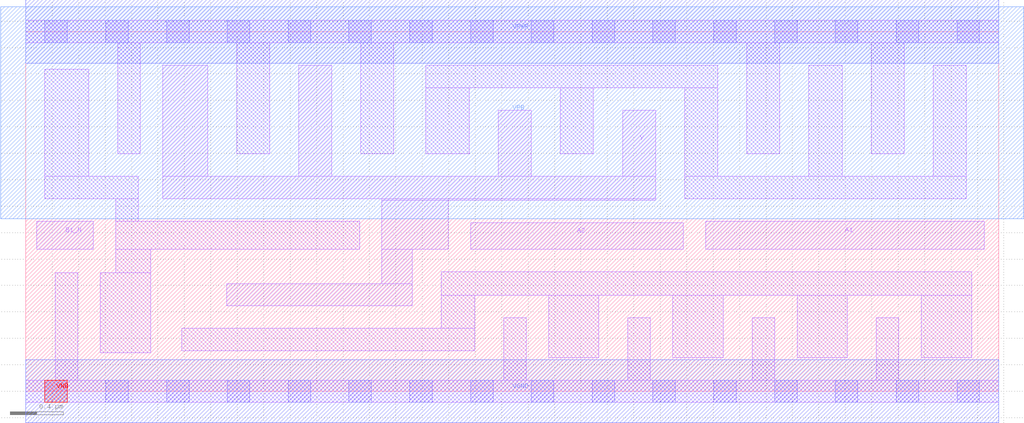
<source format=lef>
# Copyright 2020 The SkyWater PDK Authors
#
# Licensed under the Apache License, Version 2.0 (the "License");
# you may not use this file except in compliance with the License.
# You may obtain a copy of the License at
#
#     https://www.apache.org/licenses/LICENSE-2.0
#
# Unless required by applicable law or agreed to in writing, software
# distributed under the License is distributed on an "AS IS" BASIS,
# WITHOUT WARRANTIES OR CONDITIONS OF ANY KIND, either express or implied.
# See the License for the specific language governing permissions and
# limitations under the License.
#
# SPDX-License-Identifier: Apache-2.0

VERSION 5.7 ;
  NOWIREEXTENSIONATPIN ON ;
  DIVIDERCHAR "/" ;
  BUSBITCHARS "[]" ;
PROPERTYDEFINITIONS
  MACRO maskLayoutSubType STRING ;
  MACRO prCellType STRING ;
  MACRO originalViewName STRING ;
END PROPERTYDEFINITIONS
MACRO sky130_fd_sc_hdll__o21bai_4
  CLASS CORE ;
  FOREIGN sky130_fd_sc_hdll__o21bai_4 ;
  ORIGIN  0.000000  0.000000 ;
  SIZE  7.360000 BY  2.720000 ;
  SYMMETRY X Y R90 ;
  SITE unithd ;
  PIN A1
    ANTENNAGATEAREA  1.110000 ;
    DIRECTION INPUT ;
    USE SIGNAL ;
    PORT
      LAYER li1 ;
        RECT 5.145000 1.075000 7.250000 1.285000 ;
    END
  END A1
  PIN A2
    ANTENNAGATEAREA  1.110000 ;
    DIRECTION INPUT ;
    USE SIGNAL ;
    PORT
      LAYER li1 ;
        RECT 3.365000 1.075000 4.975000 1.275000 ;
    END
  END A2
  PIN B1_N
    ANTENNAGATEAREA  0.277500 ;
    DIRECTION INPUT ;
    USE SIGNAL ;
    PORT
      LAYER li1 ;
        RECT 0.085000 1.075000 0.510000 1.285000 ;
    END
  END B1_N
  PIN VNB
    PORT
      LAYER pwell ;
        RECT 0.145000 -0.085000 0.315000 0.085000 ;
    END
  END VNB
  PIN VPB
    PORT
      LAYER nwell ;
        RECT -0.190000 1.305000 7.550000 2.910000 ;
    END
  END VPB
  PIN Y
    ANTENNADIFFAREA  1.576000 ;
    DIRECTION OUTPUT ;
    USE SIGNAL ;
    PORT
      LAYER li1 ;
        RECT 1.035000 1.455000 4.765000 1.625000 ;
        RECT 1.035000 1.625000 1.375000 2.465000 ;
        RECT 1.520000 0.645000 2.925000 0.815000 ;
        RECT 2.065000 1.625000 2.315000 2.465000 ;
        RECT 2.695000 0.815000 2.925000 1.075000 ;
        RECT 2.695000 1.075000 3.195000 1.445000 ;
        RECT 2.695000 1.445000 4.765000 1.455000 ;
        RECT 3.575000 1.625000 3.825000 2.125000 ;
        RECT 4.515000 1.625000 4.765000 2.125000 ;
    END
  END Y
  PIN VGND
    DIRECTION INOUT ;
    USE GROUND ;
    PORT
      LAYER met1 ;
        RECT 0.000000 -0.240000 7.360000 0.240000 ;
    END
  END VGND
  PIN VPWR
    DIRECTION INOUT ;
    USE POWER ;
    PORT
      LAYER met1 ;
        RECT 0.000000 2.480000 7.360000 2.960000 ;
    END
  END VPWR
  OBS
    LAYER li1 ;
      RECT 0.000000 -0.085000 7.360000 0.085000 ;
      RECT 0.000000  2.635000 7.360000 2.805000 ;
      RECT 0.145000  1.455000 0.850000 1.625000 ;
      RECT 0.145000  1.625000 0.475000 2.435000 ;
      RECT 0.225000  0.085000 0.395000 0.895000 ;
      RECT 0.565000  0.290000 0.945000 0.895000 ;
      RECT 0.680000  0.895000 0.945000 1.075000 ;
      RECT 0.680000  1.075000 2.525000 1.285000 ;
      RECT 0.680000  1.285000 0.850000 1.455000 ;
      RECT 0.695000  1.795000 0.865000 2.635000 ;
      RECT 1.180000  0.305000 3.395000 0.475000 ;
      RECT 1.595000  1.795000 1.845000 2.635000 ;
      RECT 2.535000  1.795000 2.785000 2.635000 ;
      RECT 3.025000  1.795000 3.355000 2.295000 ;
      RECT 3.025000  2.295000 5.235000 2.465000 ;
      RECT 3.145000  0.475000 3.395000 0.725000 ;
      RECT 3.145000  0.725000 7.155000 0.905000 ;
      RECT 3.615000  0.085000 3.785000 0.555000 ;
      RECT 3.955000  0.255000 4.335000 0.725000 ;
      RECT 4.045000  1.795000 4.295000 2.295000 ;
      RECT 4.555000  0.085000 4.725000 0.555000 ;
      RECT 4.895000  0.255000 5.275000 0.725000 ;
      RECT 4.985000  1.455000 7.115000 1.625000 ;
      RECT 4.985000  1.625000 5.235000 2.295000 ;
      RECT 5.455000  1.795000 5.705000 2.635000 ;
      RECT 5.495000  0.085000 5.665000 0.555000 ;
      RECT 5.835000  0.255000 6.215000 0.725000 ;
      RECT 5.925000  1.625000 6.175000 2.465000 ;
      RECT 6.395000  1.795000 6.645000 2.635000 ;
      RECT 6.435000  0.085000 6.605000 0.555000 ;
      RECT 6.775000  0.255000 7.155000 0.725000 ;
      RECT 6.865000  1.625000 7.115000 2.465000 ;
    LAYER mcon ;
      RECT 0.145000 -0.085000 0.315000 0.085000 ;
      RECT 0.145000  2.635000 0.315000 2.805000 ;
      RECT 0.605000 -0.085000 0.775000 0.085000 ;
      RECT 0.605000  2.635000 0.775000 2.805000 ;
      RECT 1.065000 -0.085000 1.235000 0.085000 ;
      RECT 1.065000  2.635000 1.235000 2.805000 ;
      RECT 1.525000 -0.085000 1.695000 0.085000 ;
      RECT 1.525000  2.635000 1.695000 2.805000 ;
      RECT 1.985000 -0.085000 2.155000 0.085000 ;
      RECT 1.985000  2.635000 2.155000 2.805000 ;
      RECT 2.445000 -0.085000 2.615000 0.085000 ;
      RECT 2.445000  2.635000 2.615000 2.805000 ;
      RECT 2.905000 -0.085000 3.075000 0.085000 ;
      RECT 2.905000  2.635000 3.075000 2.805000 ;
      RECT 3.365000 -0.085000 3.535000 0.085000 ;
      RECT 3.365000  2.635000 3.535000 2.805000 ;
      RECT 3.825000 -0.085000 3.995000 0.085000 ;
      RECT 3.825000  2.635000 3.995000 2.805000 ;
      RECT 4.285000 -0.085000 4.455000 0.085000 ;
      RECT 4.285000  2.635000 4.455000 2.805000 ;
      RECT 4.745000 -0.085000 4.915000 0.085000 ;
      RECT 4.745000  2.635000 4.915000 2.805000 ;
      RECT 5.205000 -0.085000 5.375000 0.085000 ;
      RECT 5.205000  2.635000 5.375000 2.805000 ;
      RECT 5.665000 -0.085000 5.835000 0.085000 ;
      RECT 5.665000  2.635000 5.835000 2.805000 ;
      RECT 6.125000 -0.085000 6.295000 0.085000 ;
      RECT 6.125000  2.635000 6.295000 2.805000 ;
      RECT 6.585000 -0.085000 6.755000 0.085000 ;
      RECT 6.585000  2.635000 6.755000 2.805000 ;
      RECT 7.045000 -0.085000 7.215000 0.085000 ;
      RECT 7.045000  2.635000 7.215000 2.805000 ;
  END
  PROPERTY maskLayoutSubType "abstract" ;
  PROPERTY prCellType "standard" ;
  PROPERTY originalViewName "layout" ;
END sky130_fd_sc_hdll__o21bai_4
END LIBRARY

</source>
